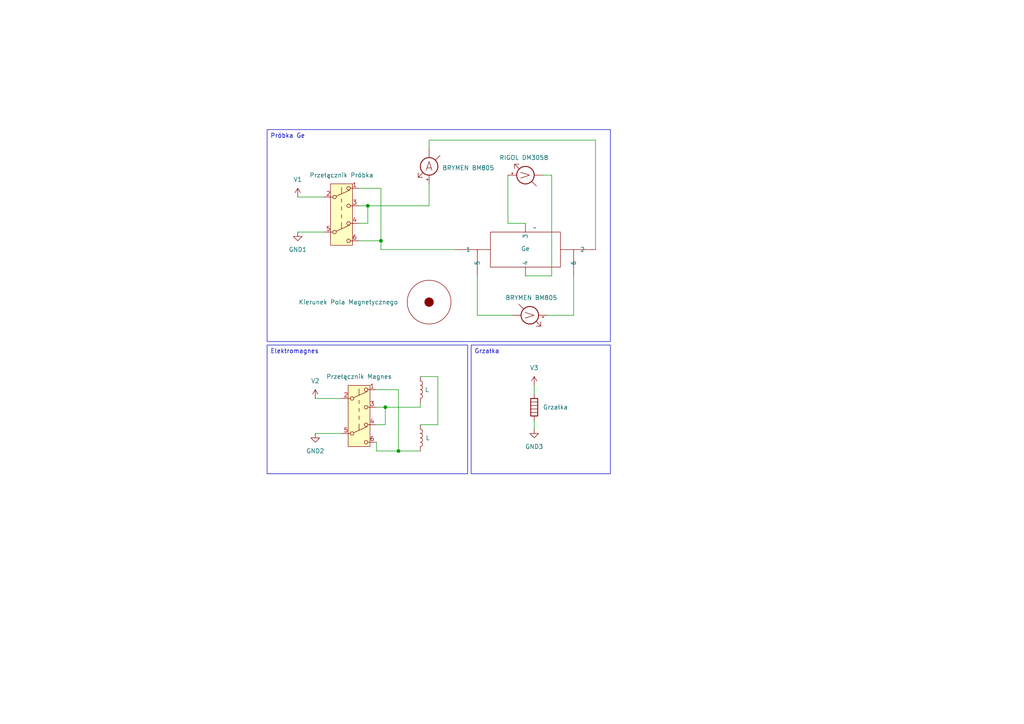
<source format=kicad_sch>
(kicad_sch (version 20250114) (generator "eeschema") (generator_version "9.0")
  (paper "A4")
  (lib_symbols
    (symbol "Device:Ammeter_DC" (pin_numbers (hide yes)) (pin_names (offset 0.0254) (hide yes))
      (property "Reference" "MES" (at -3.302 1.016 0))
      (property "Value" "Ammeter_DC" (at -3.302 -0.762 0))
      (symbol "Ammeter_DC_0_0"
        (polyline (pts (xy -3.175 -3.175) (xy -1.905 -1.905)))
        (polyline (pts (xy 1.905 3.175) (xy 3.175 3.175) (xy 3.175 1.905)))
        (polyline (pts (xy 1.905 1.905) (xy 3.175 3.175)))
        (text "A" (at 0 0 0) (effects (font (size 2.54 2.54))))
      )
      (symbol "Ammeter_DC_0_1"
        (circle (center 0 0) (radius 2.54) (stroke (width 0.254)))
        (polyline (pts (xy 0.254 3.81) (xy 0.762 3.81)))
        (polyline (pts (xy 0.508 4.064) (xy 0.508 3.556)))
      )
      (symbol "Ammeter_DC_1_1"
        (pin passive line (at 0 5.08 270) (length 2.54) (name "+") (number "2"))
        (pin passive line (at 0 -5.08 90) (length 2.54) (name "-") (number "1"))
      )
    )
    (symbol "Device:Heater" (pin_numbers (hide yes)) (pin_names (offset 0))
      (property "Reference" "R" (at 2.032 0 90))
      (property "Value" "Heater" (at -2.032 0 90))
      (symbol "Heater_0_1"
        (polyline (pts (xy -1.016 1.524) (xy 1.016 1.524)))
        (rectangle (start -1.016 -2.54) (end 1.016 2.54) (stroke (width 0.254)))
        (polyline (pts (xy 1.016 0.508) (xy -1.016 0.508)))
        (polyline (pts (xy 1.016 -0.508) (xy -1.016 -0.508)))
        (polyline (pts (xy 1.016 -1.524) (xy -1.016 -1.524)))
      )
      (symbol "Heater_1_1"
        (pin passive line (at 0 3.81 270) (length 1.27) (name "~") (number "1"))
        (pin passive line (at 0 -3.81 90) (length 1.27) (name "~") (number "2"))
      )
    )
    (symbol "Device:L" (pin_numbers (hide yes)) (pin_names (offset 1.016) (hide yes))
      (property "Reference" "L" (at -1.27 0 90))
      (property "Value" "L" (at 1.905 0 90))
      (symbol "L_0_1"
        (arc (start 0 2.54) (mid 0.6323 1.905) (end 0 1.27))
        (arc (start 0 1.27) (mid 0.6323 0.635) (end 0 0))
        (arc (start 0 0) (mid 0.6323 -0.635) (end 0 -1.27))
        (arc (start 0 -1.27) (mid 0.6323 -1.905) (end 0 -2.54))
      )
      (symbol "L_1_1"
        (pin passive line (at 0 3.81 270) (length 1.27) (name "1") (number "1"))
        (pin passive line (at 0 -3.81 90) (length 1.27) (name "2") (number "2"))
      )
    )
    (symbol "Device:Voltmeter_DC" (pin_numbers (hide yes)) (pin_names (offset 0.0254) (hide yes))
      (property "Reference" "MES" (at -3.302 1.016 0))
      (property "Value" "Voltmeter_DC" (at -3.302 -0.762 0))
      (symbol "Voltmeter_DC_0_0"
        (polyline (pts (xy -3.175 -3.175) (xy -1.905 -1.905)))
        (polyline (pts (xy 1.905 3.175) (xy 3.175 3.175) (xy 3.175 1.905)))
        (polyline (pts (xy 1.905 1.905) (xy 3.175 3.175)))
        (text "V" (at 0 0 0) (effects (font (size 2.54 2.54))))
      )
      (symbol "Voltmeter_DC_0_1"
        (circle (center 0 0) (radius 2.54) (stroke (width 0.254)))
        (polyline (pts (xy 0.254 3.81) (xy 0.762 3.81)))
        (polyline (pts (xy 0.508 4.064) (xy 0.508 3.556)))
      )
      (symbol "Voltmeter_DC_1_1"
        (pin passive line (at 0 5.08 270) (length 2.54) (name "+") (number "2"))
        (pin passive line (at 0 -5.08 90) (length 2.54) (name "-") (number "1"))
      )
    )
    (symbol "Switch:SW_Push_DPDT" (pin_names (offset 0) (hide yes))
      (property "Reference" "SW" (at 0 10.16 0))
      (property "Value" "SW_Push_DPDT" (at 0 -10.16 0))
      (symbol "SW_Push_DPDT_0_0"
        (circle (center -2.032 5.08) (radius 0.508))
        (circle (center -2.032 -5.08) (radius 0.508))
        (circle (center 2.032 2.54) (radius 0.508))
        (circle (center 2.032 -7.62) (radius 0.508))
      )
      (symbol "SW_Push_DPDT_0_1"
        (polyline (pts (xy -1.524 5.334) (xy 2.3368 7.0612)))
        (polyline (pts (xy -1.524 -4.826) (xy 2.3368 -3.0988)))
        (polyline (pts (xy 0 7.874) (xy 0 6.096)))
        (polyline (pts (xy 0 3.556) (xy 0 4.572)))
        (polyline (pts (xy 0 1.27) (xy 0 2.286)))
        (polyline (pts (xy 0 -1.016) (xy 0 0)))
        (polyline (pts (xy 0 -2.286) (xy 0 -4.064)))
        (circle (center 2.032 7.62) (radius 0.508))
        (circle (center 2.032 -2.54) (radius 0.508))
      )
      (symbol "SW_Push_DPDT_1_1"
        (rectangle (start -3.175 8.89) (end 3.175 -8.89) (fill (type background)))
        (pin passive line (at -5.08 5.08 0) (length 2.54) (name "B") (number "2"))
        (pin passive line (at -5.08 -5.08 0) (length 2.54) (name "B") (number "5"))
        (pin passive line (at 5.08 7.62 180) (length 2.54) (name "A") (number "1"))
        (pin passive line (at 5.08 2.54 180) (length 2.54) (name "C") (number "3"))
        (pin passive line (at 5.08 -2.54 180) (length 2.54) (name "A") (number "4"))
        (pin passive line (at 5.08 -7.62 180) (length 2.54) (name "C") (number "6"))
      )
    )
    (symbol "hall_symbols:Ge"
      (property "Reference" "Ge" (at 0 0 0))
      (symbol "Ge_0_1"
        (polyline (pts (xy -17.78 0) (xy -10.16 0)))
        (polyline (pts (xy -13.97 0) (xy -13.97 -5.08)))
        (rectangle (start -10.16 5.08) (end 10.16 -5.08))
        (polyline (pts (xy 13.97 0) (xy 13.97 -5.08)))
        (polyline (pts (xy 17.78 0) (xy 10.16 0)))
      )
      (symbol "Ge_1_1"
        (pin input line (at -20.32 0 0) (length 2.54) (name "1") (number ""))
        (pin input line (at -13.97 -7.62 90) (length 2.54) (name "5") (number ""))
        (pin input line (at 0 7.62 270) (length 2.54) (name "3") (number ""))
        (pin input line (at 0 -7.62 90) (length 2.54) (name "4") (number ""))
        (pin input line (at 13.97 -7.62 90) (length 2.54) (name "6") (number ""))
        (pin input line (at 20.32 0 180) (length 2.54) (name "2") (number ""))
      )
    )
    (symbol "hall_symbols:Pole_Magnetyczne"
      (symbol "Pole_Magnetyczne_0_1"
        (circle (center 0 0) (radius 6.35))
      )
      (symbol "Pole_Magnetyczne_1_1"
        (circle (center 0 0) (radius 1.27) (fill (type color) (color 132 0 0 1)))
      )
    )
    (symbol "power:+1V0" (power) (pin_numbers (hide yes)) (pin_names (offset 0) (hide yes))
      (property "Value" "+1V0" (at 0 3.556 0))
      (symbol "+1V0_0_1"
        (polyline (pts (xy -0.762 1.27) (xy 0 2.54)))
        (polyline (pts (xy 0 2.54) (xy 0.762 1.27)))
        (polyline (pts (xy 0 0) (xy 0 2.54)))
      )
      (symbol "+1V0_1_1"
        (pin power_in line (at 0 0 90) (length 0) (name "~") (number "1"))
      )
    )
    (symbol "power:GND1" (power) (pin_numbers (hide yes)) (pin_names (offset 0) (hide yes))
      (property "Value" "GND1" (at 0 -3.81 0))
      (symbol "GND1_0_1"
        (polyline (pts (xy 0 0) (xy 0 -1.27) (xy 1.27 -1.27) (xy 0 -2.54) (xy -1.27 -1.27) (xy 0 -1.27)))
      )
      (symbol "GND1_1_1"
        (pin power_in line (at 0 0 270) (length 0) (name "~") (number "1"))
      )
    )
    (symbol "power:GND2" (power) (pin_numbers (hide yes)) (pin_names (offset 0) (hide yes))
      (property "Value" "GND2" (at 0 -3.81 0))
      (symbol "GND2_0_1"
        (polyline (pts (xy 0 0) (xy 0 -1.27) (xy 1.27 -1.27) (xy 0 -2.54) (xy -1.27 -1.27) (xy 0 -1.27)))
      )
      (symbol "GND2_1_1"
        (pin power_in line (at 0 0 270) (length 0) (name "~") (number "1"))
      )
    )
    (symbol "power:GND3" (power) (pin_numbers (hide yes)) (pin_names (offset 0) (hide yes))
      (property "Value" "GND3" (at 0 -3.81 0))
      (symbol "GND3_0_1"
        (polyline (pts (xy 0 0) (xy 0 -1.27) (xy 1.27 -1.27) (xy 0 -2.54) (xy -1.27 -1.27) (xy 0 -1.27)))
      )
      (symbol "GND3_1_1"
        (pin power_in line (at 0 0 270) (length 0) (name "~") (number "1"))
      )
    )
  )
  (text_box "Elektromagnes" (at 77.47 100.076 0) (size 58.166 37.338) (margins 0.9525 0.9525 0.9525 0.9525) (effects (font (size 1.27 1.27)) (justify left top)))
  (text_box "Grzałka" (at 136.652 100.076 0) (size 40.386 37.338) (margins 0.9525 0.9525 0.9525 0.9525) (effects (font (size 1.27 1.27)) (justify left top)))
  (text_box "Próbka Ge" (at 77.47 37.592 0) (size 99.568 61.468) (margins 0.9525 0.9525 0.9525 0.9525) (effects (font (size 1.27 1.27)) (justify left top)))
  (junction (at 110.49 69.85))
  (junction (at 111.76 118.11))
  (junction (at 106.68 59.69))
  (junction (at 115.57 130.81))
  (wire (pts (xy 121.92 116.84) (xy 121.92 118.11)))
  (wire (pts (xy 147.32 64.77) (xy 152.4 64.77)))
  (wire (pts (xy 160.02 50.8) (xy 160.02 80.01)))
  (wire (pts (xy 160.02 80.01) (xy 152.4 80.01)))
  (wire (pts (xy 124.46 59.69) (xy 106.68 59.69)))
  (wire (pts (xy 86.36 57.15) (xy 93.98 57.15)))
  (wire (pts (xy 154.94 121.92) (xy 154.94 124.46)))
  (wire (pts (xy 121.92 123.19) (xy 127 123.19)))
  (wire (pts (xy 86.36 67.31) (xy 93.98 67.31)))
  (wire (pts (xy 147.32 50.8) (xy 147.32 64.77)))
  (wire (pts (xy 115.57 113.03) (xy 115.57 130.81)))
  (wire (pts (xy 124.46 40.64) (xy 172.72 40.64)))
  (wire (pts (xy 138.43 80.01) (xy 138.43 91.44)))
  (wire (pts (xy 91.44 115.57) (xy 99.06 115.57)))
  (wire (pts (xy 127 123.19) (xy 127 109.22)))
  (wire (pts (xy 157.48 50.8) (xy 160.02 50.8)))
  (wire (pts (xy 172.72 40.64) (xy 172.72 72.39)))
  (wire (pts (xy 111.76 123.19) (xy 111.76 118.11)))
  (wire (pts (xy 109.22 128.27) (xy 109.22 130.81)))
  (wire (pts (xy 154.94 111.76) (xy 154.94 114.3)))
  (wire (pts (xy 111.76 118.11) (xy 109.22 118.11)))
  (wire (pts (xy 124.46 43.18) (xy 124.46 40.64)))
  (wire (pts (xy 138.43 91.44) (xy 148.59 91.44)))
  (wire (pts (xy 106.68 59.69) (xy 104.14 59.69)))
  (wire (pts (xy 121.92 118.11) (xy 111.76 118.11)))
  (wire (pts (xy 124.46 53.34) (xy 124.46 59.69)))
  (wire (pts (xy 109.22 113.03) (xy 115.57 113.03)))
  (wire (pts (xy 109.22 130.81) (xy 115.57 130.81)))
  (wire (pts (xy 115.57 130.81) (xy 121.92 130.81)))
  (wire (pts (xy 91.44 125.73) (xy 99.06 125.73)))
  (wire (pts (xy 104.14 64.77) (xy 106.68 64.77)))
  (wire (pts (xy 127 109.22) (xy 121.92 109.22)))
  (wire (pts (xy 110.49 72.39) (xy 132.08 72.39)))
  (wire (pts (xy 106.68 64.77) (xy 106.68 59.69)))
  (wire (pts (xy 104.14 54.61) (xy 110.49 54.61)))
  (wire (pts (xy 166.37 91.44) (xy 166.37 80.01)))
  (wire (pts (xy 158.75 91.44) (xy 166.37 91.44)))
  (wire (pts (xy 104.14 69.85) (xy 110.49 69.85)))
  (wire (pts (xy 110.49 69.85) (xy 110.49 54.61)))
  (wire (pts (xy 109.22 123.19) (xy 111.76 123.19)))
  (wire (pts (xy 110.49 72.39) (xy 110.49 69.85)))
  (symbol (lib_id "Device:Voltmeter_DC") (at 152.4 50.8 90) (unit 1)
    (property "Reference" "MES1" (effects (hide yes)))
    (property "Value" "RIGOL DM3058" (at 151.9555 45.72 90))
    (property "Description" "DC voltmeter" (effects (hide yes)))
  )
  (symbol (lib_id "power:GND1") (at 86.36 67.31 0) (unit 1)
    (property "Reference" "#PWR04" (effects (hide yes)))
    (property "Value" "GND1" (at 86.36 72.39 0))
    (property "Description" "Power symbol creates a global label with name \"GND1\" , ground" (effects (hide yes)))
  )
  (symbol (lib_id "power:GND2") (at 91.44 125.73 0) (unit 1)
    (property "Reference" "#PWR05" (effects (hide yes)))
    (property "Value" "GND2" (at 91.44 130.81 0))
    (property "Description" "Power symbol creates a global label with name \"GND2\" , ground" (effects (hide yes)))
  )
  (symbol (lib_id "hall_symbols:Ge") (at 152.4 72.39 0) (unit 1)
    (property "Reference" "Ge" (at 151.13 72.136 0) (effects (justify left)))
    (property "Value" "~" (at 154.5433 66.04 0) (effects (justify left)))
  )
  (symbol (lib_id "power:GND3") (at 154.94 124.46 0) (unit 1)
    (property "Reference" "#PWR06" (effects (hide yes)))
    (property "Value" "GND3" (at 154.94 129.54 0))
    (property "Description" "Power symbol creates a global label with name \"GND3\" , ground" (effects (hide yes)))
  )
  (symbol (lib_id "power:+1V0") (at 86.36 57.15 0) (unit 1)
    (property "Reference" "#PWR01" (effects (hide yes)))
    (property "Value" "V1" (at 86.36 52.07 0))
    (property "Description" "Power symbol creates a global label with name \"+1V0\"" (effects (hide yes)))
  )
  (symbol (lib_id "Switch:SW_Push_DPDT") (at 99.06 62.23 0) (unit 1)
    (property "Reference" "SW2" (effects (hide yes)))
    (property "Value" "Przełącznik Próbka" (at 99.06 50.8 0))
    (property "Description" "Momentary Switch, dual pole double throw" (effects (hide yes)))
  )
  (symbol (lib_id "power:+1V0") (at 154.94 111.76 0) (unit 1)
    (property "Reference" "#PWR03" (effects (hide yes)))
    (property "Value" "V3" (at 154.94 106.68 0))
    (property "Description" "Power symbol creates a global label with name \"+1V0\"" (effects (hide yes)))
  )
  (symbol (lib_id "Device:L") (at 121.92 127 0) (unit 1)
    (property "Reference" "L1" (effects (hide yes)))
    (property "Value" "L" (at 123.444 127 0) (effects (justify left)))
    (property "Description" "Inductor" (effects (hide yes)))
  )
  (symbol (lib_id "Switch:SW_Push_DPDT") (at 104.14 120.65 0) (unit 1)
    (property "Reference" "SW1" (effects (hide yes)))
    (property "Value" "Przełącznik Magnes" (at 104.14 109.22 0))
    (property "Description" "Momentary Switch, dual pole double throw" (effects (hide yes)))
  )
  (symbol (lib_id "Device:Heater") (at 154.94 118.11 0) (unit 1)
    (property "Reference" "R1" (effects (hide yes)))
    (property "Value" "Grzałka" (at 157.48 118.1099 0) (effects (justify left)))
    (property "Description" "Resistive heater" (effects (hide yes)))
  )
  (symbol (lib_id "Device:L") (at 121.92 113.03 0) (unit 1)
    (property "Reference" "L2" (effects (hide yes)))
    (property "Value" "L" (at 123.19 113.03 0) (effects (justify left)))
    (property "Description" "Inductor" (effects (hide yes)))
  )
  (symbol (lib_id "Device:Voltmeter_DC") (at 153.67 91.44 270) (unit 1)
    (property "Reference" "MES2" (effects (hide yes)))
    (property "Value" "BRYMEN BM805" (at 154.1145 86.36 90))
    (property "Description" "DC voltmeter" (effects (hide yes)))
  )
  (symbol (lib_id "hall_symbols:Pole_Magnetyczne") (at 124.46 87.63 0) (unit 1)
    (property "Reference" "U1" (effects (hide yes)))
    (property "Value" "Kierunek Pola Magnetycznego" (at 86.614 87.63 0) (effects (justify left)))
  )
  (symbol (lib_id "power:+1V0") (at 91.44 115.57 0) (unit 1)
    (property "Reference" "#PWR02" (effects (hide yes)))
    (property "Value" "V2" (at 91.44 110.49 0))
    (property "Description" "Power symbol creates a global label with name \"+1V0\"" (effects (hide yes)))
  )
  (symbol (lib_id "Device:Ammeter_DC") (at 124.46 48.26 180) (unit 1)
    (property "Reference" "MES3" (effects (hide yes)))
    (property "Value" "BRYMEN BM805" (at 128.27 48.7044 0) (effects (justify right)))
    (property "Description" "DC ammeter" (effects (hide yes)))
  )
)
</source>
